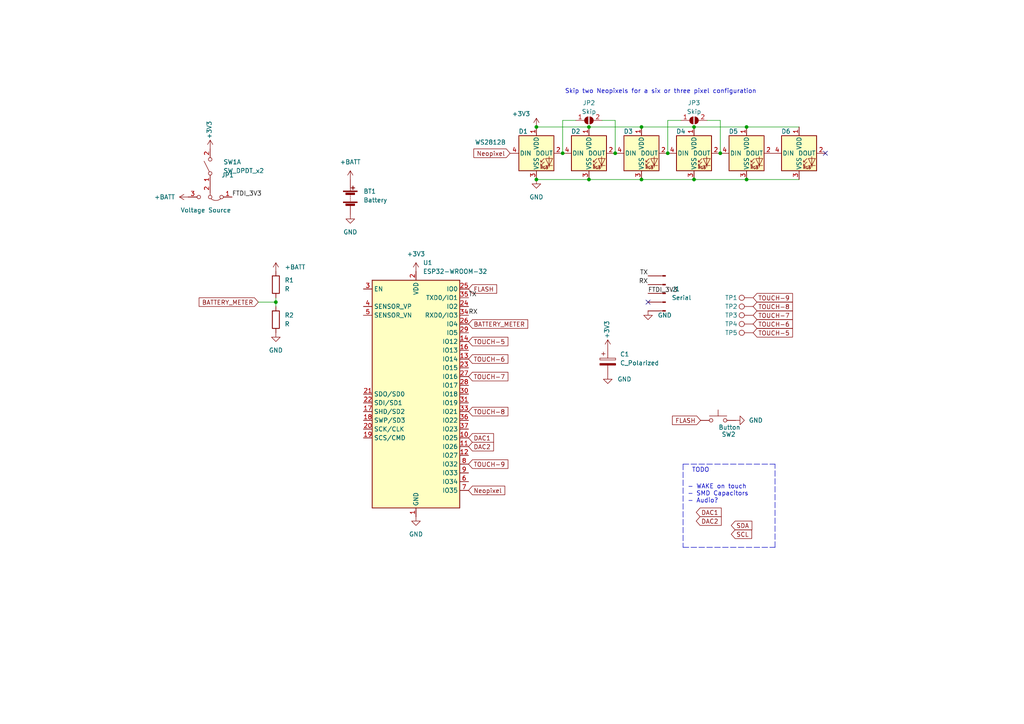
<source format=kicad_sch>
(kicad_sch (version 20211123) (generator eeschema)
  (paper "A4")
  (lib_symbols
    (symbol "Conn_01x05_Male_1" (pin_numbers hide) (pin_names (offset 1.016) hide)
      (property "Reference" "J" (at 0 7.62 0))
      (property "Value" "Conn_01x05_Male_1" (at 0 -7.62 0))
      (symbol "Conn_01x05_Male_1_1_1"
        (polyline (pts (xy 1.27 -5.08) (xy 0.8636 -5.08)) (stroke (width 0.1524)))
        (polyline (pts (xy 1.27 -2.54) (xy 0.8636 -2.54)) (stroke (width 0.1524)))
        (polyline (pts (xy 1.27 0) (xy 0.8636 0)) (stroke (width 0.1524)))
        (polyline (pts (xy 1.27 2.54) (xy 0.8636 2.54)) (stroke (width 0.1524)))
        (polyline (pts (xy 1.27 5.08) (xy 0.8636 5.08)) (stroke (width 0.1524)))
        (rectangle (start 0.8636 -4.953) (end 0 -5.207) (stroke (width 0.1524)) (fill (type outline)))
        (rectangle (start 0.8636 -2.413) (end 0 -2.667) (stroke (width 0.1524)) (fill (type outline)))
        (rectangle (start 0.8636 0.127) (end 0 -0.127) (stroke (width 0.1524)) (fill (type outline)))
        (rectangle (start 0.8636 2.667) (end 0 2.413) (stroke (width 0.1524)) (fill (type outline)))
        (rectangle (start 0.8636 5.207) (end 0 4.953) (stroke (width 0.1524)) (fill (type outline)))
        (pin passive line (at 5.08 5.08 180) (length 3.81) (name "Pin_1") (number "1"))
        (pin passive line (at 5.08 2.54 180) (length 3.81) (name "Pin_2") (number "2"))
        (pin passive line (at 5.08 0 180) (length 3.81) (name "Pin_3") (number "3"))
        (pin passive line (at 5.08 -2.54 180) (length 3.81) (name "Pin_4") (number "4"))
        (pin passive line (at 5.08 -5.08 180) (length 3.81) (name "Pin_5") (number "5"))
      )
    )
    (symbol "Connector:TestPoint" (pin_numbers hide) (pin_names (offset 0.762) hide)
      (property "Reference" "TP" (at 0 6.858 0))
      (property "Value" "TestPoint" (at 0 5.08 0))
      (symbol "TestPoint_0_1"
        (circle (center 0 3.302) (radius 0.762))
      )
      (symbol "TestPoint_1_1"
        (pin passive line (at 0 0 90) (length 2.54) (name "1") (number "1"))
      )
    )
    (symbol "Device:Battery" (pin_numbers hide) (pin_names (offset 0) hide)
      (property "Reference" "BT" (at 2.54 2.54 0))
      (property "Value" "Battery" (at 2.54 0 0))
      (symbol "Battery_0_1"
        (rectangle (start -2.032 -1.397) (end 2.032 -1.651) (fill (type outline)))
        (rectangle (start -2.032 1.778) (end 2.032 1.524) (fill (type outline)))
        (rectangle (start -1.3208 -1.9812) (end 1.27 -2.4892) (fill (type outline)))
        (rectangle (start -1.3208 1.1938) (end 1.27 0.6858) (fill (type outline)))
        (polyline (pts (xy 0 -1.524) (xy 0 -1.27)))
        (polyline (pts (xy 0 -1.016) (xy 0 -0.762)))
        (polyline (pts (xy 0 -0.508) (xy 0 -0.254)))
        (polyline (pts (xy 0 0) (xy 0 0.254)))
        (polyline (pts (xy 0 0.508) (xy 0 0.762)))
        (polyline (pts (xy 0 1.778) (xy 0 2.54)))
        (polyline (pts (xy 0.254 2.667) (xy 1.27 2.667)) (stroke (width 0.254)))
        (polyline (pts (xy 0.762 3.175) (xy 0.762 2.159)) (stroke (width 0.254)))
      )
      (symbol "Battery_1_1"
        (pin passive line (at 0 5.08 270) (length 2.54) (name "+") (number "1"))
        (pin passive line (at 0 -5.08 90) (length 2.54) (name "-") (number "2"))
      )
    )
    (symbol "Device:C_Polarized" (pin_numbers hide) (pin_names (offset 0.254))
      (property "Reference" "C" (at 0.635 2.54 0))
      (property "Value" "C_Polarized" (at 0.635 -2.54 0))
      (symbol "C_Polarized_0_1"
        (rectangle (start -2.286 0.508) (end 2.286 1.016))
        (polyline (pts (xy -1.778 2.286) (xy -0.762 2.286)))
        (polyline (pts (xy -1.27 2.794) (xy -1.27 1.778)))
        (rectangle (start 2.286 -0.508) (end -2.286 -1.016) (fill (type outline)))
      )
      (symbol "C_Polarized_1_1"
        (pin passive line (at 0 3.81 270) (length 2.794) (name "~") (number "1"))
        (pin passive line (at 0 -3.81 90) (length 2.794) (name "~") (number "2"))
      )
    )
    (symbol "Device:R" (pin_numbers hide) (pin_names (offset 0))
      (property "Reference" "R" (at 2.032 0 90))
      (property "Value" "R" (at 0 0 90))
      (symbol "R_0_1"
        (rectangle (start -1.016 -2.54) (end 1.016 2.54) (stroke (width 0.254)))
      )
      (symbol "R_1_1"
        (pin passive line (at 0 3.81 270) (length 1.27) (name "~") (number "1"))
        (pin passive line (at 0 -3.81 90) (length 1.27) (name "~") (number "2"))
      )
    )
    (symbol "Jumper:Jumper_3_Bridged12" (pin_names (offset 0) hide)
      (property "Reference" "JP" (at -2.54 -2.54 0))
      (property "Value" "Jumper_3_Bridged12" (at 0 2.794 0))
      (symbol "Jumper_3_Bridged12_0_0"
        (circle (center -3.302 0) (radius 0.508))
        (circle (center 0 0) (radius 0.508))
        (circle (center 3.302 0) (radius 0.508))
      )
      (symbol "Jumper_3_Bridged12_0_1"
        (arc (start -0.254 0.508) (mid -1.651 0.9912) (end -3.048 0.508))
        (polyline (pts (xy 0 -1.27) (xy 0 -0.508)))
      )
      (symbol "Jumper_3_Bridged12_1_1"
        (pin passive line (at -6.35 0 0) (length 2.54) (name "A") (number "1"))
        (pin passive line (at 0 -3.81 90) (length 2.54) (name "C") (number "2"))
        (pin passive line (at 6.35 0 180) (length 2.54) (name "B") (number "3"))
      )
    )
    (symbol "Jumper:SolderJumper_2_Open" (pin_names (offset 0) hide)
      (property "Reference" "JP" (at 0 2.032 0))
      (property "Value" "SolderJumper_2_Open" (at 0 -2.54 0))
      (symbol "SolderJumper_2_Open_0_1"
        (arc (start -0.254 1.016) (mid -1.27 0) (end -0.254 -1.016))
        (arc (start -0.254 1.016) (mid -1.27 0) (end -0.254 -1.016) (fill (type outline)))
        (polyline (pts (xy -0.254 1.016) (xy -0.254 -1.016)))
        (polyline (pts (xy 0.254 1.016) (xy 0.254 -1.016)))
        (arc (start 0.254 -1.016) (mid 1.27 0) (end 0.254 1.016))
        (arc (start 0.254 -1.016) (mid 1.27 0) (end 0.254 1.016) (fill (type outline)))
      )
      (symbol "SolderJumper_2_Open_1_1"
        (pin passive line (at -3.81 0 0) (length 2.54) (name "A") (number "1"))
        (pin passive line (at 3.81 0 180) (length 2.54) (name "B") (number "2"))
      )
    )
    (symbol "LED:WS2812B" (pin_names (offset 0.254))
      (property "Reference" "D" (at 5.08 5.715 0))
      (property "Value" "WS2812B" (at 1.27 -5.715 0))
      (symbol "WS2812B_0_0"
        (text "RGB" (at 2.286 -4.191 0) (effects (font (size 0.762 0.762))))
      )
      (symbol "WS2812B_0_1"
        (polyline (pts (xy 1.27 -3.556) (xy 1.778 -3.556)))
        (polyline (pts (xy 1.27 -2.54) (xy 1.778 -2.54)))
        (polyline (pts (xy 4.699 -3.556) (xy 2.667 -3.556)))
        (polyline (pts (xy 2.286 -2.54) (xy 1.27 -3.556) (xy 1.27 -3.048)))
        (polyline (pts (xy 2.286 -1.524) (xy 1.27 -2.54) (xy 1.27 -2.032)))
        (polyline (pts (xy 3.683 -1.016) (xy 3.683 -3.556) (xy 3.683 -4.064)))
        (polyline (pts (xy 4.699 -1.524) (xy 2.667 -1.524) (xy 3.683 -3.556) (xy 4.699 -1.524)))
        (rectangle (start 5.08 5.08) (end -5.08 -5.08) (stroke (width 0.254)) (fill (type background)))
      )
      (symbol "WS2812B_1_1"
        (pin power_in line (at 0 7.62 270) (length 2.54) (name "VDD") (number "1"))
        (pin output line (at 7.62 0 180) (length 2.54) (name "DOUT") (number "2"))
        (pin power_in line (at 0 -7.62 90) (length 2.54) (name "VSS") (number "3"))
        (pin input line (at -7.62 0 0) (length 2.54) (name "DIN") (number "4"))
      )
    )
    (symbol "RF_Module:ESP32-WROOM-32"
      (property "Reference" "U" (at -12.7 34.29 0))
      (property "Value" "ESP32-WROOM-32" (at 1.27 34.29 0))
      (symbol "ESP32-WROOM-32_0_1"
        (rectangle (start -12.7 33.02) (end 12.7 -33.02) (stroke (width 0.254)) (fill (type background)))
      )
      (symbol "ESP32-WROOM-32_1_1"
        (pin power_in line (at 0 -35.56 90) (length 2.54) (name "GND") (number "1"))
        (pin bidirectional line (at 15.24 -12.7 180) (length 2.54) (name "IO25") (number "10"))
        (pin bidirectional line (at 15.24 -15.24 180) (length 2.54) (name "IO26") (number "11"))
        (pin bidirectional line (at 15.24 -17.78 180) (length 2.54) (name "IO27") (number "12"))
        (pin bidirectional line (at 15.24 10.16 180) (length 2.54) (name "IO14") (number "13"))
        (pin bidirectional line (at 15.24 15.24 180) (length 2.54) (name "IO12") (number "14"))
        (pin passive line (at 0 -35.56 90) (length 2.54) hide (name "GND") (number "15"))
        (pin bidirectional line (at 15.24 12.7 180) (length 2.54) (name "IO13") (number "16"))
        (pin bidirectional line (at -15.24 -5.08 0) (length 2.54) (name "SHD/SD2") (number "17"))
        (pin bidirectional line (at -15.24 -7.62 0) (length 2.54) (name "SWP/SD3") (number "18"))
        (pin bidirectional line (at -15.24 -12.7 0) (length 2.54) (name "SCS/CMD") (number "19"))
        (pin power_in line (at 0 35.56 270) (length 2.54) (name "VDD") (number "2"))
        (pin bidirectional line (at -15.24 -10.16 0) (length 2.54) (name "SCK/CLK") (number "20"))
        (pin bidirectional line (at -15.24 0 0) (length 2.54) (name "SDO/SD0") (number "21"))
        (pin bidirectional line (at -15.24 -2.54 0) (length 2.54) (name "SDI/SD1") (number "22"))
        (pin bidirectional line (at 15.24 7.62 180) (length 2.54) (name "IO15") (number "23"))
        (pin bidirectional line (at 15.24 25.4 180) (length 2.54) (name "IO2") (number "24"))
        (pin bidirectional line (at 15.24 30.48 180) (length 2.54) (name "IO0") (number "25"))
        (pin bidirectional line (at 15.24 20.32 180) (length 2.54) (name "IO4") (number "26"))
        (pin bidirectional line (at 15.24 5.08 180) (length 2.54) (name "IO16") (number "27"))
        (pin bidirectional line (at 15.24 2.54 180) (length 2.54) (name "IO17") (number "28"))
        (pin bidirectional line (at 15.24 17.78 180) (length 2.54) (name "IO5") (number "29"))
        (pin input line (at -15.24 30.48 0) (length 2.54) (name "EN") (number "3"))
        (pin bidirectional line (at 15.24 0 180) (length 2.54) (name "IO18") (number "30"))
        (pin bidirectional line (at 15.24 -2.54 180) (length 2.54) (name "IO19") (number "31"))
        (pin no_connect line (at -12.7 -27.94 0) (length 2.54) hide (name "NC") (number "32"))
        (pin bidirectional line (at 15.24 -5.08 180) (length 2.54) (name "IO21") (number "33"))
        (pin bidirectional line (at 15.24 22.86 180) (length 2.54) (name "RXD0/IO3") (number "34"))
        (pin bidirectional line (at 15.24 27.94 180) (length 2.54) (name "TXD0/IO1") (number "35"))
        (pin bidirectional line (at 15.24 -7.62 180) (length 2.54) (name "IO22") (number "36"))
        (pin bidirectional line (at 15.24 -10.16 180) (length 2.54) (name "IO23") (number "37"))
        (pin passive line (at 0 -35.56 90) (length 2.54) hide (name "GND") (number "38"))
        (pin passive line (at 0 -35.56 90) (length 2.54) hide (name "GND") (number "39"))
        (pin input line (at -15.24 25.4 0) (length 2.54) (name "SENSOR_VP") (number "4"))
        (pin input line (at -15.24 22.86 0) (length 2.54) (name "SENSOR_VN") (number "5"))
        (pin input line (at 15.24 -25.4 180) (length 2.54) (name "IO34") (number "6"))
        (pin input line (at 15.24 -27.94 180) (length 2.54) (name "IO35") (number "7"))
        (pin bidirectional line (at 15.24 -20.32 180) (length 2.54) (name "IO32") (number "8"))
        (pin bidirectional line (at 15.24 -22.86 180) (length 2.54) (name "IO33") (number "9"))
      )
    )
    (symbol "Switch:SW_DPST_x2" (pin_names (offset 0) hide)
      (property "Reference" "SW" (at 0 3.175 0))
      (property "Value" "SW_DPST_x2" (at 0 -2.54 0))
      (symbol "SW_DPST_x2_0_0"
        (circle (center -2.032 0) (radius 0.508))
        (polyline (pts (xy -1.524 0.254) (xy 1.524 1.778)))
        (circle (center 2.032 0) (radius 0.508))
      )
      (symbol "SW_DPST_x2_1_1"
        (pin passive line (at -5.08 0 0) (length 2.54) (name "A") (number "1"))
        (pin passive line (at 5.08 0 180) (length 2.54) (name "B") (number "2"))
      )
      (symbol "SW_DPST_x2_2_1"
        (pin passive line (at -5.08 0 0) (length 2.54) (name "A") (number "3"))
        (pin passive line (at 5.08 0 180) (length 2.54) (name "B") (number "4"))
      )
    )
    (symbol "Switch:SW_Push" (pin_numbers hide) (pin_names (offset 1.016) hide)
      (property "Reference" "SW" (at 1.27 2.54 0))
      (property "Value" "SW_Push" (at 0 -1.524 0))
      (symbol "SW_Push_0_1"
        (circle (center -2.032 0) (radius 0.508))
        (polyline (pts (xy 0 1.27) (xy 0 3.048)))
        (polyline (pts (xy 2.54 1.27) (xy -2.54 1.27)))
        (circle (center 2.032 0) (radius 0.508))
        (pin passive line (at -5.08 0 0) (length 2.54) (name "1") (number "1"))
        (pin passive line (at 5.08 0 180) (length 2.54) (name "2") (number "2"))
      )
    )
    (symbol "power:+3V3" (power) (pin_names (offset 0))
      (property "Value" "+3V3" (at 0 3.556 0))
      (symbol "+3V3_0_1"
        (polyline (pts (xy -0.762 1.27) (xy 0 2.54)))
        (polyline (pts (xy 0 0) (xy 0 2.54)))
        (polyline (pts (xy 0 2.54) (xy 0.762 1.27)))
      )
      (symbol "+3V3_1_1"
        (pin power_in line (at 0 0 90) (length 0) hide (name "+3V3") (number "1"))
      )
    )
    (symbol "power:+BATT" (power) (pin_names (offset 0))
      (property "Value" "+BATT" (at 0 3.556 0))
      (symbol "+BATT_0_1"
        (polyline (pts (xy -0.762 1.27) (xy 0 2.54)))
        (polyline (pts (xy 0 0) (xy 0 2.54)))
        (polyline (pts (xy 0 2.54) (xy 0.762 1.27)))
      )
      (symbol "+BATT_1_1"
        (pin power_in line (at 0 0 90) (length 0) hide (name "+BATT") (number "1"))
      )
    )
    (symbol "power:GND" (power) (pin_names (offset 0))
      (property "Value" "GND" (at 0 -3.81 0))
      (symbol "GND_0_1"
        (polyline (pts (xy 0 0) (xy 0 -1.27) (xy 1.27 -1.27) (xy 0 -2.54) (xy -1.27 -1.27) (xy 0 -1.27)))
      )
      (symbol "GND_1_1"
        (pin power_in line (at 0 0 270) (length 0) hide (name "GND") (number "1"))
      )
    )
  )
  (junction (at 155.575 36.83))
  (junction (at 178.435 44.45))
  (junction (at 163.195 44.45))
  (junction (at 186.055 36.83))
  (junction (at 80.01 87.63))
  (junction (at 201.295 52.07))
  (junction (at 186.055 52.07))
  (junction (at 208.915 44.45))
  (junction (at 216.535 36.83))
  (junction (at 170.815 52.07))
  (junction (at 216.535 52.07))
  (junction (at 193.675 44.45))
  (junction (at 170.815 36.83))
  (junction (at 155.575 52.07))
  (junction (at 201.295 36.83))
  (no_connect (at 239.395 44.45))
  (no_connect (at 187.96 87.63))
  (polyline (pts (xy 224.79 158.75) (xy 224.79 134.62)))
  (wire (pts (xy 178.435 34.925) (xy 174.625 34.925)))
  (wire (pts (xy 155.575 36.83) (xy 170.815 36.83)))
  (polyline (pts (xy 198.12 134.62) (xy 198.12 158.75)))
  (wire (pts (xy 74.93 87.63) (xy 80.01 87.63)))
  (wire (pts (xy 208.915 34.925) (xy 205.105 34.925)))
  (wire (pts (xy 193.675 44.45) (xy 193.675 34.925)))
  (wire (pts (xy 186.055 52.07) (xy 201.295 52.07)))
  (wire (pts (xy 155.575 52.07) (xy 170.815 52.07)))
  (wire (pts (xy 216.535 52.07) (xy 231.775 52.07)))
  (polyline (pts (xy 198.12 134.62) (xy 224.79 134.62)))
  (wire (pts (xy 80.01 87.63) (xy 80.01 86.36)))
  (wire (pts (xy 193.675 34.925) (xy 197.485 34.925)))
  (wire (pts (xy 170.815 52.07) (xy 186.055 52.07)))
  (wire (pts (xy 186.055 36.83) (xy 201.295 36.83)))
  (wire (pts (xy 80.01 87.63) (xy 80.01 88.9)))
  (wire (pts (xy 216.535 36.83) (xy 231.775 36.83)))
  (polyline (pts (xy 198.12 158.75) (xy 224.79 158.75)))
  (wire (pts (xy 178.435 44.45) (xy 178.435 34.925)))
  (wire (pts (xy 170.815 36.83) (xy 186.055 36.83)))
  (wire (pts (xy 201.295 36.83) (xy 216.535 36.83)))
  (wire (pts (xy 163.195 44.45) (xy 163.195 34.925)))
  (wire (pts (xy 208.915 44.45) (xy 208.915 34.925)))
  (wire (pts (xy 163.195 34.925) (xy 167.005 34.925)))
  (wire (pts (xy 201.295 52.07) (xy 216.535 52.07)))
  (text "Skip two Neopixels for a six or three pixel configuration" (at 163.83 27.305 0) (effects (font (size 1.27 1.27)) (justify left bottom)))
  (text "TODO" (at 200.66 137.16 0) (effects (font (size 1.27 1.27)) (justify left bottom)))
  (text "- WAKE on touch\n- SMD Capacitors\n- Audio?" (at 199.39 146.05 0) (effects (font (size 1.27 1.27)) (justify left bottom)))
  (label "TX" (at 135.89 86.36 0))
  (label "FTDI_3V3" (at 187.96 85.09 0))
  (label "TX" (at 187.96 80.01 180))
  (label "FTDI_3V3" (at 67.31 57.15 0))
  (label "RX" (at 187.96 82.55 180))
  (label "RX" (at 135.89 91.44 0))
  (global_label "TOUCH-6" (shape input) (at 218.44 93.98 0) (property "Intersheet References" "${INTERSHEET_REFS}" (effects hide)))
  (global_label "DAC2" (shape input) (at 135.89 129.54 0) (property "Intersheet References" "${INTERSHEET_REFS}" (effects hide)))
  (global_label "FLASH" (shape input) (at 203.2 121.92 180) (property "Intersheet References" "${INTERSHEET_REFS}" (effects hide)))
  (global_label "Neopixel" (shape input) (at 147.955 44.45 180) (property "Intersheet References" "${INTERSHEET_REFS}" (effects hide)))
  (global_label "TOUCH-6" (shape input) (at 135.89 104.14 0) (property "Intersheet References" "${INTERSHEET_REFS}" (effects hide)))
  (global_label "TOUCH-9" (shape input) (at 135.89 134.62 0) (property "Intersheet References" "${INTERSHEET_REFS}" (effects hide)))
  (global_label "DAC1" (shape input) (at 201.93 148.59 0) (property "Intersheet References" "${INTERSHEET_REFS}" (effects hide)))
  (global_label "TOUCH-7" (shape input) (at 135.89 109.22 0) (property "Intersheet References" "${INTERSHEET_REFS}" (effects hide)))
  (global_label "SDA" (shape input) (at 212.09 152.4 0) (property "Intersheet References" "${INTERSHEET_REFS}" (effects hide)))
  (global_label "TOUCH-8" (shape input) (at 135.89 119.38 0) (property "Intersheet References" "${INTERSHEET_REFS}" (effects hide)))
  (global_label "DAC1" (shape input) (at 135.89 127 0) (property "Intersheet References" "${INTERSHEET_REFS}" (effects hide)))
  (global_label "Neopixel" (shape input) (at 135.89 142.24 0) (property "Intersheet References" "${INTERSHEET_REFS}" (effects hide)))
  (global_label "TOUCH-5" (shape input) (at 135.89 99.06 0) (property "Intersheet References" "${INTERSHEET_REFS}" (effects hide)))
  (global_label "TOUCH-7" (shape input) (at 218.44 91.44 0) (property "Intersheet References" "${INTERSHEET_REFS}" (effects hide)))
  (global_label "TOUCH-5" (shape input) (at 218.44 96.52 0) (property "Intersheet References" "${INTERSHEET_REFS}" (effects hide)))
  (global_label "BATTERY_METER" (shape input) (at 74.93 87.63 180) (property "Intersheet References" "${INTERSHEET_REFS}" (effects hide)))
  (global_label "DAC2" (shape input) (at 201.93 151.13 0) (property "Intersheet References" "${INTERSHEET_REFS}" (effects hide)))
  (global_label "FLASH" (shape input) (at 135.89 83.82 0) (property "Intersheet References" "${INTERSHEET_REFS}" (effects hide)))
  (global_label "SCL" (shape input) (at 212.09 154.94 0) (property "Intersheet References" "${INTERSHEET_REFS}" (effects hide)))
  (global_label "TOUCH-8" (shape input) (at 218.44 88.9 0) (property "Intersheet References" "${INTERSHEET_REFS}" (effects hide)))
  (global_label "TOUCH-9" (shape input) (at 218.44 86.36 0) (property "Intersheet References" "${INTERSHEET_REFS}" (effects hide)))
  (global_label "BATTERY_METER" (shape input) (at 135.89 93.98 0) (property "Intersheet References" "${INTERSHEET_REFS}" (effects hide)))
  (symbol (lib_id "LED:WS2812B") (at 201.295 44.45 0) (unit 1)
    (property "Reference" "D4" (at 197.485 38.1 0))
    (property "Value" "WS2812B" (effects hide))
    (property "Footprint" "LED_SMD:LED_WS2812B_PLCC4_5.0x5.0mm_P3.2mm" (effects hide))
    (property "Datasheet" "https://cdn-shop.adafruit.com/datasheets/WS2812B.pdf" (effects hide))
  )
  (symbol (lib_id "Jumper:SolderJumper_2_Open") (at 201.295 34.925 0) (unit 1)
    (property "Reference" "JP3" (at 201.295 29.845 0))
    (property "Value" "Skip" (at 201.295 32.385 0))
    (property "Footprint" "Jumper:SolderJumper-2_P1.3mm_Open_TrianglePad1.0x1.5mm" (effects hide))
  )
  (symbol (lib_id "power:+BATT") (at 54.61 57.15 90) (unit 1)
    (property "Reference" "#PWR0106" (effects hide))
    (property "Value" "+BATT" (at 50.8 57.1499 90) (effects (justify left)))
  )
  (symbol (lib_id "Device:Battery") (at 101.6 57.15 0) (unit 1)
    (property "Reference" "BT1" (at 105.41 55.4989 0) (effects (justify left)))
    (property "Value" "Battery" (at 105.41 58.0389 0) (effects (justify left)))
    (property "Footprint" "Battery:BatteryHolder_Keystone_2479_3xAAA" (effects hide))
  )
  (symbol (lib_id "power:+3V3") (at 120.65 78.74 0) (unit 1)
    (property "Reference" "#PWR0109" (effects hide))
    (property "Value" "+3V3" (at 120.65 73.66 0))
  )
  (symbol (lib_name "Conn_01x05_Male_1") (lib_id "Connector:Conn_01x05_Male") (at 193.04 85.09 180) (unit 1)
    (property "Reference" "J1" (at 194.818 83.8199 0) (effects (justify right)))
    (property "Value" "Serial" (at 194.818 86.3599 0) (effects (justify right)))
    (property "Footprint" "Connector_PinHeader_2.54mm:PinHeader_1x05_P2.54mm_Vertical" (effects hide))
  )
  (symbol (lib_id "LED:WS2812B") (at 216.535 44.45 0) (unit 1)
    (property "Reference" "D5" (at 212.725 38.1 0))
    (property "Value" "WS2812B" (effects hide))
    (property "Footprint" "LED_SMD:LED_WS2812B_PLCC4_5.0x5.0mm_P3.2mm" (effects hide))
    (property "Datasheet" "https://cdn-shop.adafruit.com/datasheets/WS2812B.pdf" (effects hide))
  )
  (symbol (lib_id "Jumper:SolderJumper_2_Open") (at 170.815 34.925 0) (unit 1)
    (property "Reference" "JP2" (at 170.815 29.845 0))
    (property "Value" "Skip" (at 170.815 32.385 0))
    (property "Footprint" "Jumper:SolderJumper-2_P1.3mm_Open_TrianglePad1.0x1.5mm" (effects hide))
  )
  (symbol (lib_id "Connector:TestPoint") (at 218.44 86.36 90) (unit 1)
    (property "Reference" "TP1" (at 212.09 86.36 90))
    (property "Value" "Touch" (effects hide))
    (property "Footprint" "TestPoint:TestPoint_Loop_D1.80mm_Drill1.0mm_Beaded" (effects hide))
  )
  (symbol (lib_id "LED:WS2812B") (at 231.775 44.45 0) (unit 1)
    (property "Reference" "D6" (at 227.965 38.1 0))
    (property "Value" "WS2812B" (effects hide))
    (property "Footprint" "LED_SMD:LED_WS2812B_PLCC4_5.0x5.0mm_P3.2mm" (effects hide))
    (property "Datasheet" "https://cdn-shop.adafruit.com/datasheets/WS2812B.pdf" (effects hide))
  )
  (symbol (lib_id "power:+3V3") (at 60.96 43.18 0) (mirror y) (unit 1)
    (property "Reference" "#PWR0105" (effects hide))
    (property "Value" "+3V3" (at 60.706 35.052 90) (effects (justify right)))
  )
  (symbol (lib_id "Connector:TestPoint") (at 218.44 93.98 90) (unit 1)
    (property "Reference" "TP4" (at 212.09 93.98 90))
    (property "Value" "Touch" (effects hide))
    (property "Footprint" "TestPoint:TestPoint_Loop_D1.80mm_Drill1.0mm_Beaded" (effects hide))
  )
  (symbol (lib_id "power:GND") (at 101.6 62.23 0) (unit 1)
    (property "Reference" "#PWR0103" (effects hide))
    (property "Value" "GND" (at 101.6 67.31 0))
  )
  (symbol (lib_id "RF_Module:ESP32-WROOM-32") (at 120.65 114.3 0) (unit 1)
    (property "Reference" "U1" (at 122.6694 76.2 0) (effects (justify left)))
    (property "Value" "ESP32-WROOM-32" (at 122.6694 78.74 0) (effects (justify left)))
    (property "Footprint" "RF_Module:ESP32-WROOM-32" (effects hide))
    (property "Datasheet" "https://www.espressif.com/sites/default/files/documentation/esp32-wroom-32_datasheet_en.pdf" (effects hide))
  )
  (symbol (lib_id "Connector:TestPoint") (at 218.44 91.44 90) (unit 1)
    (property "Reference" "TP3" (at 212.09 91.44 90))
    (property "Value" "Touch" (effects hide))
    (property "Footprint" "TestPoint:TestPoint_Loop_D1.80mm_Drill1.0mm_Beaded" (effects hide))
  )
  (symbol (lib_id "Connector:TestPoint") (at 218.44 96.52 90) (unit 1)
    (property "Reference" "TP5" (at 212.09 96.52 90))
    (property "Value" "Touch" (effects hide))
    (property "Footprint" "TestPoint:TestPoint_Loop_D1.80mm_Drill1.0mm_Beaded" (effects hide))
  )
  (symbol (lib_id "power:GND") (at 176.276 108.712 0) (unit 1)
    (property "Reference" "#PWR0104" (effects hide))
    (property "Value" "GND" (at 179.07 109.9819 0) (effects (justify left)))
  )
  (symbol (lib_id "power:+BATT") (at 80.01 78.74 0) (unit 1)
    (property "Reference" "#PWR0112" (effects hide))
    (property "Value" "+BATT" (at 82.55 77.4699 0) (effects (justify left)))
  )
  (symbol (lib_id "LED:WS2812B") (at 170.815 44.45 0) (unit 1)
    (property "Reference" "D2" (at 167.005 38.1 0))
    (property "Value" "WS2812B" (effects hide))
    (property "Footprint" "LED_SMD:LED_WS2812B_PLCC4_5.0x5.0mm_P3.2mm" (effects hide))
    (property "Datasheet" "https://cdn-shop.adafruit.com/datasheets/WS2812B.pdf" (effects hide))
  )
  (symbol (lib_id "power:+3V3") (at 155.575 36.83 0) (unit 1)
    (property "Reference" "#PWR0102" (effects hide))
    (property "Value" "+3V3" (at 151.13 33.02 0))
  )
  (symbol (lib_id "power:GND") (at 213.36 121.92 90) (unit 1)
    (property "Reference" "#PWR0114" (effects hide))
    (property "Value" "GND" (at 217.17 121.9199 90) (effects (justify right)))
  )
  (symbol (lib_id "Switch:SW_DPST_x2") (at 60.96 48.26 90) (unit 1)
    (property "Reference" "SW1" (at 64.77 46.9899 90) (effects (justify right)))
    (property "Value" "SW_DPDT_x2" (at 64.77 49.5299 90) (effects (justify right)))
    (property "Footprint" "Button_Switch_SMD:SW_SPDT_CK-JS102011SAQN" (effects hide))
  )
  (symbol (lib_id "Device:R") (at 80.01 92.71 0) (unit 1)
    (property "Reference" "R2" (at 82.55 91.4399 0) (effects (justify left)))
    (property "Value" "R" (at 82.55 93.9799 0) (effects (justify left)))
    (property "Footprint" "Resistor_THT:R_Axial_DIN0207_L6.3mm_D2.5mm_P7.62mm_Horizontal" (effects hide))
  )
  (symbol (lib_id "power:+3V3") (at 176.276 101.092 0) (mirror y) (unit 1)
    (property "Reference" "#PWR0107" (effects hide))
    (property "Value" "+3V3" (at 176.022 92.964 90) (effects (justify right)))
  )
  (symbol (lib_id "power:GND") (at 80.01 96.52 0) (unit 1)
    (property "Reference" "#PWR0113" (effects hide))
    (property "Value" "GND" (at 80.01 101.6 0))
  )
  (symbol (lib_id "Device:R") (at 80.01 82.55 0) (unit 1)
    (property "Reference" "R1" (at 82.55 81.2799 0) (effects (justify left)))
    (property "Value" "R" (at 82.55 83.8199 0) (effects (justify left)))
    (property "Footprint" "Resistor_THT:R_Axial_DIN0207_L6.3mm_D2.5mm_P7.62mm_Horizontal" (effects hide))
  )
  (symbol (lib_id "power:GND") (at 120.65 149.86 0) (unit 1)
    (property "Reference" "#PWR0110" (effects hide))
    (property "Value" "GND" (at 120.65 154.94 0))
  )
  (symbol (lib_id "Connector:TestPoint") (at 218.44 88.9 90) (unit 1)
    (property "Reference" "TP2" (at 212.09 88.9 90))
    (property "Value" "Touch" (effects hide))
    (property "Footprint" "TestPoint:TestPoint_Loop_D1.80mm_Drill1.0mm_Beaded" (effects hide))
  )
  (symbol (lib_id "power:GND") (at 155.575 52.07 0) (unit 1)
    (property "Reference" "#PWR0101" (effects hide))
    (property "Value" "GND" (at 155.575 57.15 0))
  )
  (symbol (lib_id "Switch:SW_Push") (at 208.28 121.92 0) (unit 1)
    (property "Reference" "SW2" (at 211.328 125.984 0))
    (property "Value" "Button" (at 211.582 123.952 0))
    (property "Footprint" "Button_Switch_THT:SW_PUSH_6mm_H4.3mm" (effects hide))
  )
  (symbol (lib_id "LED:WS2812B") (at 155.575 44.45 0) (unit 1)
    (property "Reference" "D1" (at 151.765 38.1 0))
    (property "Value" "WS2812B" (at 142.24 41.275 0))
    (property "Footprint" "LED_SMD:LED_WS2812B_PLCC4_5.0x5.0mm_P3.2mm" (effects hide))
    (property "Datasheet" "https://cdn-shop.adafruit.com/datasheets/WS2812B.pdf" (effects hide))
  )
  (symbol (lib_id "Jumper:Jumper_3_Bridged12") (at 60.96 57.15 180) (unit 1)
    (property "Reference" "JP1" (at 66.04 50.8 0))
    (property "Value" "Voltage Source" (at 59.69 60.96 0))
    (property "Footprint" "Connector_PinHeader_2.54mm:PinHeader_1x03_P2.54mm_Vertical" (effects hide))
  )
  (symbol (lib_id "LED:WS2812B") (at 186.055 44.45 0) (unit 1)
    (property "Reference" "D3" (at 182.245 38.1 0))
    (property "Value" "WS2812B" (effects hide))
    (property "Footprint" "LED_SMD:LED_WS2812B_PLCC4_5.0x5.0mm_P3.2mm" (effects hide))
    (property "Datasheet" "https://cdn-shop.adafruit.com/datasheets/WS2812B.pdf" (effects hide))
  )
  (symbol (lib_id "Device:C_Polarized") (at 176.276 104.902 0) (unit 1)
    (property "Reference" "C1" (at 179.832 102.7429 0) (effects (justify left)))
    (property "Value" "C_Polarized" (at 179.832 105.2829 0) (effects (justify left)))
    (property "Footprint" "Capacitor_THT:CP_Radial_D5.0mm_P2.50mm" (effects hide))
  )
  (symbol (lib_id "power:GND") (at 187.96 90.17 0) (unit 1)
    (property "Reference" "#PWR0108" (effects hide))
    (property "Value" "GND" (at 190.754 91.4399 0) (effects (justify left)))
  )
  (symbol (lib_id "power:+BATT") (at 101.6 52.07 0) (unit 1)
    (property "Reference" "#PWR0111" (effects hide))
    (property "Value" "+BATT" (at 101.6 46.99 0))
  )
)
</source>
